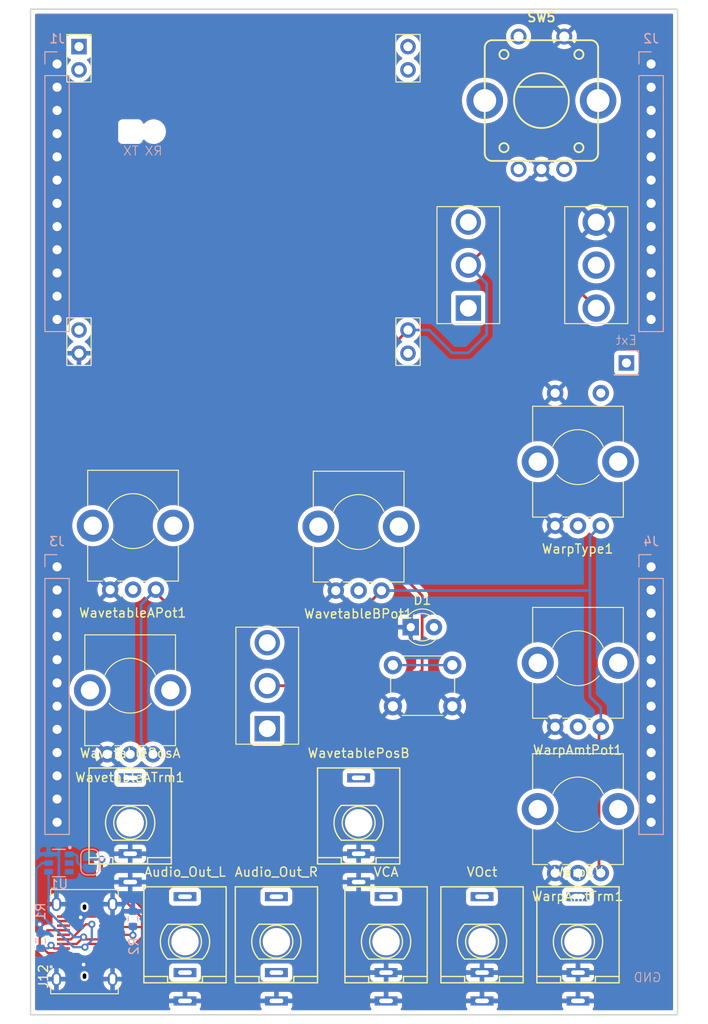
<source format=kicad_pcb>
(kicad_pcb (version 20240108) (generator "pcbnew") (generator_version "8.0")
  (layers (0 "F.Cu" signal) (1 "In1.Cu" signal) (2 "In2.Cu" signal) (31 "B.Cu" signal) (34 "B.Paste" user) (35 "F.Paste" user) (36 "B.SilkS" user "B.Silkscreen") (37 "F.SilkS" user "F.Silkscreen") (38 "B.Mask" user) (39 "F.Mask" user) (44 "Edge.Cuts" user))
  (net 0 "")
  (net 1 "/USB_DP")
  (net 2 "GND")
  (net 3 "/USB_DM")
  (net 4 "+3.3VA")
  (net 5 "+3.3V")
  (net 6 "/LED_Oct_B_Out")
  (net 7 "/B_Octave_Btn")
  (net 8 "/LCD_DC")
  (net 9 "/LCD_SPI3_SS")
  (net 10 "/LCD_SPI3_SCK")
  (net 11 "/Octave_Down")
  (net 13 "/LCD_SPI3_MOSI")
  (net 15 "/Octave_Up")
  (net 16 "/Wavetable_Pos_B_CV_In")
  (net 17 "USB_VBUS")
  (net 18 "USB_D+")
  (net 19 "USB_D-")
  (net 21 "/Warp_Amt_Pot")
  (net 22 "/Warp_Amt_Trm")
  (net 23 "/Warp_Type_Pot")
  (net 24 "Mode")
  (net 25 "/Audio_Out_L")
  (net 26 "/Wavetable_Pos_A_Pot")
  (net 27 "/ChB_RM")
  (net 28 "/Audio_Out_R")
  (net 29 "/Wavetable_Pos_B_Pot")
  (net 32 "/Warp_CV_In")
  (net 33 "/LCD_RESET")
  (net 35 "Net-(JP1-A)")
  (net 36 "/Encoder_Down")
  (net 38 "/Warp_Polarity_Btn")
  (net 39 "/Encoder_Up")
  (net 40 "/Ext_Audio_In")
  (net 41 "/Pitch_CV_In")
  (net 43 "/VCA_CV_In")
  (net 46 "/Wavetable_Pos_A_CV_In")
  (net 47 "/Wavetable_Pos_A_Trm")
  (net 48 "/LCD_Backlight")
  (net 50 "/Encoder_Btn")
  (net 51 "/ChB_Mix")
  (net 55 "Net-(J12-CC2)")
  (net 62 "Net-(J12-CC1)")
  (footprint "Custom_Footprints:THONKICONN_hole" (layer "F.Cu") (at 94 141)
    (property "Reference" "J9" (hide yes))
    (property "Value" "VCA" (at 0 -7.62 0) (layer "F.SilkS"))
    (pad "" np_thru_hole circle (at 0 0) (size 2.5 2.5) (drill 2.5) (layers "*.Cu" "*.Mask"))
    (pad "1" thru_hole rect (at 0 6.48) (size 2.5 1) (drill oval 1.5 0.5) (layers "*.Cu" "*.Mask") (net 2 "GND"))
    (pad "2" thru_hole rect (at 0 3.38) (size 2.5 1) (drill oval 1.5 0.5) (layers "*.Cu" "*.Mask") (net 2 "GND"))
    (pad "3" thru_hole rect (at 0 -4.92) (size 2.5 1) (drill oval 1.5 0.5) (layers "*.Cu" "*.Mask") (net 43 "/VCA_CV_In"))
  )
  (footprint "Custom_Footprints:USB_C_Receptacle_Amphenol_12401951E412A" (layer "F.Cu") (at 61 141 90)
    (property "Reference" "J12" (at -3.8 -4.5 90) (layer "F.SilkS"))
    (property "Value" "USB_C_Receptacle")
    (pad "" np_thru_hole oval (at -3.775 0 90) (size 0.6 0.4) (drill oval 0.6 0.4) (layers "*.Mask"))
    (pad "" np_thru_hole oval (at 3.775 0 90) (size 0.6 0.4) (drill oval 0.6 0.4) (layers "*.Mask"))
    (pad "A1" smd rect (at -2.75 -2.3 90) (size 0.27 1.4) (layers "F.Cu" "F.Paste" "F.Mask") (net 2 "GND"))
    (pad "A2" smd rect (at -2.25 -2.3 90) (size 0.27 1.4) (layers "F.Cu" "F.Paste" "F.Mask"))
    (pad "A3" smd rect (at -1.75 -2.3 90) (size 0.27 1.4) (layers "F.Cu" "F.Paste" "F.Mask"))
    (pad "A4" smd rect (at -1.25 -2.3 90) (size 0.27 1.4) (layers "F.Cu" "F.Paste" "F.Mask") (net 17 "USB_VBUS"))
    (pad "A5" smd rect (at -0.75 -2.3 90) (size 0.27 1.4) (layers "F.Cu" "F.Paste" "F.Mask") (net 62 "Net-(J12-CC1)"))
    (pad "A6" smd rect (at -0.25 -2.3 90) (size 0.27 1.4) (layers "F.Cu" "F.Paste" "F.Mask") (net 18 "USB_D+"))
    (pad "A7" smd rect (at 0.25 -2.3 90) (size 0.27 1.4) (layers "F.Cu" "F.Paste" "F.Mask") (net 19 "USB_D-"))
    (pad "A8" smd rect (at 0.75 -2.3 90) (size 0.27 1.4) (layers "F.Cu" "F.Paste" "F.Mask"))
    (pad "A9" smd rect (at 1.25 -2.3 90) (size 0.27 1.4) (layers "F.Cu" "F.Paste" "F.Mask") (net 17 "USB_VBUS"))
    (pad "A10" smd rect (at 1.75 -2.3 90) (size 0.27 1.4) (layers "F.Cu" "F.Paste" "F.Mask"))
    (pad "A11" smd rect (at 2.25 -2.3 90) (size 0.27 1.4) (layers "F.Cu" "F.Paste" "F.Mask"))
    (pad "A12" smd rect (at 2.75 -2.3 90) (size 0.27 1.4) (layers "F.Cu" "F.Paste" "F.Mask") (net 2 "GND"))
    (pad "B1" smd rect (at 2.75 2.3 90) (size 0.27 1.4) (layers "F.Cu" "F.Paste" "F.Mask") (net 2 "GND"))
    (pad "B2" smd rect (at 2.25 2.3 90) (size 0.27 1.4) (layers "F.Cu" "F.Paste" "F.Mask"))
    (pad "B3" smd rect (at 1.75 2.3 90) (size 0.27 1.4) (layers "F.Cu" "F.Paste" "F.Mask"))
    (pad "B4" smd rect (at 1.25 2.3 90) (size 0.27 1.4) (layers "F.Cu" "F.Paste" "F.Mask") (net 17 "USB_VBUS"))
    (pad "B5" smd rect (at 0.75 2.3 90) (size 0.27 1.4) (layers "F.Cu" "F.Paste" "F.Mask") (net 55 "Net-(J12-CC2)"))
    (pad "B6" smd rect (at 0.25 2.3 90) (size 0.27 1.4) (layers "F.Cu" "F.Paste" "F.Mask") (net 18 "USB_D+"))
    (pad "B7" smd rect (at -0.25 2.3 90) (size 0.27 1.4) (layers "F.Cu" "F.Paste" "F.Mask") (net 19 "USB_D-"))
    (pad "B8" smd rect (at -0.75 2.3 90) (size 0.27 1.4) (layers "F.Cu" "F.Paste" "F.Mask"))
    (pad "B9" smd rect (at -1.25 2.3 90) (size 0.27 1.4) (layers "F.Cu" "F.Paste" "F.Mask") (net 17 "USB_VBUS"))
    (pad "B10" smd rect (at -1.75 2.3 90) (size 0.27 1.4) (layers "F.Cu" "F.Paste" "F.Mask"))
    (pad "B11" smd rect (at -2.25 2.3 90) (size 0.27 1.4) (layers "F.Cu" "F.Paste" "F.Mask"))
    (pad "B12" smd rect (at -2.75 2.3 90) (size 0.27 1.4) (layers "F.Cu" "F.Paste" "F.Mask") (net 2 "GND"))
    (pad "S1" thru_hole oval (at -4.1 -3.07 180) (size 1 1.5) (drill oval 0.6 1.1) (layers "*.Cu" "*.Mask") (net 2 "GND"))
    (pad "S1" thru_hole oval (at -4.1 3.07 180) (size 1 1.5) (drill oval 0.6 1.1) (layers "*.Cu" "*.Mask") (net 2 "GND"))
    (pad "S1" thru_hole oval (at 4.1 -3.07 180) (size 1 1.5) (drill oval 0.6 1.1) (layers "*.Cu" "*.Mask") (net 2 "GND"))
    (pad "S1" thru_hole oval (at 4.1 3.07 180) (size 1 1.5) (drill oval 0.6 1.1) (layers "*.Cu" "*.Mask") (net 2 "GND"))
  )
  (footprint "Custom_Footprints:THONKICONN_hole" (layer "F.Cu") (at 82 141)
    (property "Reference" "J11" (hide yes))
    (property "Value" "Audio_Out_R" (at 0 -7.62 0) (layer "F.SilkS"))
    (pad "" np_thru_hole circle (at 0 0) (size 2.5 2.5) (drill 2.5) (layers "*.Cu" "*.Mask"))
    (pad "1" thru_hole rect (at 0 6.48) (size 2.5 1) (drill oval 1.5 0.5) (layers "*.Cu" "*.Mask") (net 2 "GND"))
    (pad "2" thru_hole rect (at 0 3.38) (size 2.5 1) (drill oval 1.5 0.5) (layers "*.Cu" "*.Mask"))
    (pad "3" thru_hole rect (at 0 -4.92) (size 2.5 1) (drill oval 1.5 0.5) (layers "*.Cu" "*.Mask") (net 28 "/Audio_Out_R"))
  )
  (footprint "Custom_Footprints:THONKICONN_hole" (layer "F.Cu") (at 115 141)
    (property "Reference" "J7" (hide yes))
    (property "Value" "WarpCV" (at 0 -7.62 0) (layer "F.SilkS"))
    (pad "" np_thru_hole circle (at 0 0) (size 2.5 2.5) (drill 2.5) (layers "*.Cu" "*.Mask"))
    (pad "1" thru_hole rect (at 0 6.48) (size 2.5 1) (drill oval 1.5 0.5) (layers "*.Cu" "*.Mask") (net 2 "GND"))
    (pad "2" thru_hole rect (at 0 3.38) (size 2.5 1) (drill oval 1.5 0.5) (layers "*.Cu" "*.Mask") (net 2 "GND"))
    (pad "3" thru_hole rect (at 0 -4.92) (size 2.5 1) (drill oval 1.5 0.5) (layers "*.Cu" "*.Mask") (net 32 "/Warp_CV_In"))
  )
  (footprint "LED_THT:LED_D3.0mm_FlatTop" (layer "F.Cu") (at 96.7 106.6)
    (property "Reference" "D1" (at 1.27 -2.96 0) (layer "F.SilkS"))
    (property "Value" "LED_Small")
    (pad "1" thru_hole rect (at 0 0) (size 1.8 1.8) (drill 0.9) (layers "*.Cu" "*.Mask") (net 2 "GND"))
    (pad "2" thru_hole circle (at 2.54 0) (size 1.8 1.8) (drill 0.9) (layers "*.Cu" "*.Mask") (net 6 "/LED_Oct_B_Out"))
  )
  (footprint "Custom_Footprints:Encoder" (layer "F.Cu") (at 111 49)
    (property "Reference" "SW5" (at 0 -9.1 0) (layer "F.SilkS") (effects (font (thickness 0.2))))
    (property "Value" "Encoder" (hide yes))
    (pad "A" thru_hole circle (at -2.5 7.5) (size 1.75 1.75) (drill 1.1) (layers "*.Cu" "*.Mask") (net 39 "/Encoder_Up"))
    (pad "B" thru_hole circle (at 2.5 7.5) (size 1.75 1.75) (drill 1.1) (layers "*.Cu" "*.Mask") (net 36 "/Encoder_Down"))
    (pad "C" thru_hole circle (at 0 7.5) (size 1.75 1.75) (drill 1.1) (layers "*.Cu" "*.Mask") (net 2 "GND"))
    (pad "S1" thru_hole circle (at -2.5 -7) (size 1.75 1.75) (drill 1.1) (layers "*.Cu" "*.Mask") (net 50 "/Encoder_Btn"))
    (pad "S2" thru_hole circle (at 2.5 -7) (size 1.75 1.75) (drill 1.1) (layers "*.Cu" "*.Mask") (net 2 "GND"))
    (pad "body" thru_hole oval (at -6.2 0) (size 4 4) (drill 2.5) (layers "*.Cu" "*.Mask"))
    (pad "body" thru_hole oval (at 6.2 0) (size 4 4) (drill 2.5) (layers "*.Cu" "*.Mask"))
  )
  (footprint "Custom_Footprints:Bourns_Switch_Potentiometer" (layer "F.Cu") (at 115 88)
    (property "Reference" "WarpType1" (at -0.04 10.04 0) (layer "F.SilkS"))
    (property "Value" "WarpTypePot" (hide yes))
    (pad "" np_thru_hole circle (at -4.4 0.5 90) (size 3.5 3.5) (drill 2) (layers "F&B.Cu" "*.Mask"))
    (pad "" np_thru_hole circle (at 4.4 0.5 90) (size 3.5 3.5) (drill 2) (layers "F&B.Cu" "*.Mask"))
    (pad "1" thru_hole circle (at 2.5 7.5 90) (size 1.8 1.8) (drill 1) (layers "*.Cu" "*.Mask") (net 4 "+3.3VA"))
    (pad "2" thru_hole circle (at 0 7.5 90) (size 1.8 1.8) (drill 1) (layers "*.Cu" "*.Mask") (net 23 "/Warp_Type_Pot"))
    (pad "3" thru_hole circle (at -2.5 7.5 90) (size 1.8 1.8) (drill 1) (layers "*.Cu" "*.Mask") (net 2 "GND"))
    (pad "4" thru_hole circle (at -2.5 -7 90) (size 1.8 1.8) (drill 1) (layers "*.Cu" "*.Mask") (net 2 "GND"))
    (pad "5" thru_hole circle (at 2.5 -7 90) (size 1.8 1.8) (drill 1) (layers "*.Cu" "*.Mask") (net 38 "/Warp_Polarity_Btn"))
  )
  (footprint "Custom_Footprints:THONKICONN_hole" (layer "F.Cu") (at 104.5 141)
    (property "Reference" "J8" (hide yes))
    (property "Value" "VOct" (at 0 -7.62 0) (layer "F.SilkS"))
    (pad "" np_thru_hole circle (at 0 0) (size 2.5 2.5) (drill 2.5) (layers "*.Cu" "*.Mask"))
    (pad "1" thru_hole rect (at 0 6.48) (size 2.5 1) (drill oval 1.5 0.5) (layers "*.Cu" "*.Mask") (net 2 "GND"))
    (pad "2" thru_hole rect (at 0 3.38) (size 2.5 1) (drill oval 1.5 0.5) (layers "*.Cu" "*.Mask") (net 2 "GND"))
    (pad "3" thru_hole rect (at 0 -4.92) (size 2.5 1) (drill oval 1.5 0.5) (layers "*.Cu" "*.Mask") (net 41 "/Pitch_CV_In"))
  )
  (footprint "Custom_Footprints:Alpha_9mm_Potentiometer_Aligned" (layer "F.Cu") (at 91 95.1)
    (property "Reference" "WavetableBPot1" (at -0.04 10.04 0) (layer "F.SilkS"))
    (property "Value" "B10k")
    (pad "" np_thru_hole circle (at -4.4 0.5 90) (size 3.5 3.5) (drill 2) (layers "F&B.Cu" "*.Mask"))
    (pad "" np_thru_hole circle (at 4.4 0.5 90) (size 3.5 3.5) (drill 2) (layers "F&B.Cu" "*.Mask"))
    (pad "1" thru_hole circle (at 2.5 7.5 90) (size 1.8 1.8) (drill 1) (layers "*.Cu" "*.Mask") (net 4 "+3.3VA"))
    (pad "2" thru_hole circle (at 0 7.5 90) (size 1.8 1.8) (drill 1) (layers "*.Cu" "*.Mask") (net 29 "/Wavetable_Pos_B_Pot"))
    (pad "3" thru_hole circle (at -2.5 7.5 90) (size 1.8 1.8) (drill 1) (layers "*.Cu" "*.Mask") (net 2 "GND"))
  )
  (footprint "Custom_Footprints:Alpha_9mm_Potentiometer_Aligned" (layer "F.Cu") (at 115 126)
    (property "Reference" "WarpAmtTrm1" (at -0.04 10.04 0) (layer "F.SilkS"))
    (property "Value" "B10k")
    (pad "" np_thru_hole circle (at -4.4 0.5 90) (size 3.5 3.5) (drill 2) (layers "F&B.Cu" "*.Mask"))
    (pad "" np_thru_hole circle (at 4.4 0.5 90) (size 3.5 3.5) (drill 2) (layers "F&B.Cu" "*.Mask"))
    (pad "1" thru_hole circle (at 2.5 7.5 90) (size 1.8 1.8) (drill 1) (layers "*.Cu" "*.Mask") (net 4 "+3.3VA"))
    (pad "2" thru_hole circle (at 0 7.5 90) (size 1.8 1.8) (drill 1) (layers "*.Cu" "*.Mask") (net 22 "/Warp_Amt_Trm"))
    (pad "3" thru_hole circle (at -2.5 7.5 90) (size 1.8 1.8) (drill 1) (layers "*.Cu" "*.Mask") (net 2 "GND"))
  )
  (footprint "Custom_Footprints:THONKICONN_hole" (layer "F.Cu") (at 72 141)
    (property "Reference" "J10" (hide yes))
    (property "Value" "Audio_Out_L" (at 0 -7.62 0) (layer "F.SilkS"))
    (pad "" np_thru_hole circle (at 0 0) (size 2.5 2.5) (drill 2.5) (layers "*.Cu" "*.Mask"))
    (pad "1" thru_hole rect (at 0 6.48) (size 2.5 1) (drill oval 1.5 0.5) (layers "*.Cu" "*.Mask") (net 2 "GND"))
    (pad "2" thru_hole rect (at 0 3.38) (size 2.5 1) (drill oval 1.5 0.5) (layers "*.Cu" "*.Mask"))
    (pad "3" thru_hole rect (at 0 -4.92) (size 2.5 1) (drill oval 1.5 0.5) (layers "*.Cu" "*.Mask") (net 25 "/Audio_Out_L"))
  )
  (footprint "Custom_Footprints:SW_PUSH_6mm_aligned" (layer "F.Cu") (at 98 113)
    (property "Reference" "SW1" (hide yes))
    (property "Value" "SW_Push")
    (pad "1" thru_hole circle (at -3.25 -2.25 90) (size 2 2) (drill 1.1) (layers "*.Cu" "*.Mask") (net 7 "/B_Octave_Btn"))
    (pad "1" thru_hole circle (at 3.25 -2.25 90) (size 2 2) (drill 1.1) (layers "*.Cu" "*.Mask") (net 7 "/B_Octave_Btn"))
    (pad "2" thru_hole circle (at -3.25 2.25 90) (size 2 2) (drill 1.1) (layers "*.Cu" "*.Mask") (net 2 "GND"))
    (pad "2" thru_hole circle (at 3.25 2.25 90) (size 2 2) (drill 1.1) (layers "*.Cu" "*.Mask") (net 2 "GND"))
  )
  (footprint "Custom_Footprints:SPDT_Miniature" (layer "F.Cu") (at 117 67 90)
    (property "Reference" "SW2" (hide yes))
    (property "Value" "Mode_Switch")
    (pad "1" thru_hole circle (at -4.7 0 90) (size 3 3) (drill 1.85) (layers "*.Cu" "*.Mask") (net 5 "+3.3V"))
    (pad "2" thru_hole circle (at 0 0 90) (size 3 3) (drill 1.85) (layers "*.Cu" "*.Mask") (net 24 "Mode"))
    (pad "3" thru_hole circle (at 4.7 0 90) (size 3 3) (drill 1.85) (layers "*.Cu" "*.Mask") (net 2 "GND"))
  )
  (footprint "Custom_Footprints:THONKICONN_hole" (layer "F.Cu") (at 66 128)
    (property "Reference" "J5" (hide yes))
    (property "Value" "WavetablePosA" (at 0 -7.62 0) (layer "F.SilkS"))
    (pad "" np_thru_hole circle (at 0 0) (size 2.5 2.5) (drill 2.5) (layers "*.Cu" "*.Mask"))
    (pad "1" thru_hole rect (at 0 6.48) (size 2.5 1) (drill oval 1.5 0.5) (layers "*.Cu" "*.Mask") (net 2 "GND"))
    (pad "2" thru_hole rect (at 0 3.38) (size 2.5 1) (drill oval 1.5 0.5) (layers "*.Cu" "*.Mask") (net 2 "GND"))
    (pad "3" thru_hole rect (at 0 -4.92) (size 2.5 1) (drill oval 1.5 0.5) (layers "*.Cu" "*.Mask") (net 46 "/Wavetable_Pos_A_CV_In"))
  )
  (footprint "Custom_Footprints:LCD_Riser" (layer "F.Cu") (at 60.4 43.1)
    (property "Reference" "U2" (hide yes))
    (property "Value" "~")
    (pad "1" thru_hole rect (at 0 0) (size 1.7 1.7) (drill 1) (layers "*.Cu" "*.Mask") (net 13 "/LCD_SPI3_MOSI"))
    (pad "2" thru_hole oval (at 0 2.54) (size 1.7 1.7) (drill 1) (layers "*.Cu" "*.Mask") (net 10 "/LCD_SPI3_SCK"))
    (pad "3" thru_hole circle (at 36 0) (size 1.7 1.7) (drill 1) (layers "*.Cu" "*.Mask") (net 8 "/LCD_DC"))
    (pad "4" thru_hole oval (at 36 2.54) (size 1.7 1.7) (drill 1) (layers "*.Cu" "*.Mask") (net 33 "/LCD_RESET"))
    (pad "5" thru_hole oval (at 0 31) (size 1.7 1.7) (drill 1) (layers "*.Cu" "*.Mask") (net 9 "/LCD_SPI3_SS"))
    (pad "6" thru_hole oval (at 0 33.54) (size 1.7 1.7) (drill 1) (layers "*.Cu" "*.Mask") (net 2 "GND"))
    (pad "7" thru_hole oval (at 36 31) (size 1.7 1.7) (drill 1) (layers "*.Cu" "*.Mask") (net 5 "+3.3V"))
    (pad "8" thru_hole oval (at 36 33.54) (size 1.7 1.7) (drill 1) (layers "*.Cu" "*.Mask") (net 48 "/LCD_Backlight"))
  )
  (footprint "Custom_Footprints:Alpha_9mm_Potentiometer_Aligned" (layer "F.Cu") (at 66 113)
    (property "Reference" "WavetableATrm1" (at -0.04 10.04 0) (layer "F.SilkS"))
    (property "Value" "B10k")
    (pad "" np_thru_hole circle (at -4.4 0.5 90) (size 3.5 3.5) (drill 2) (layers "F&B.Cu" "*.Mask"))
    (pad "" np_thru_hole circle (at 4.4 0.5 90) (size 3.5 3.5) (drill 2) (layers "F&B.Cu" "*.Mask"))
    (pad "1" thru_hole circle (at 2.5 7.5 90) (size 1.8 1.8) (drill 1) (layers "*.Cu" "*.Mask") (net 4 "+3.3VA"))
    (pad "2" thru_hole circle (at 0 7.5 90) (size 1.8 1.8) (drill 1) (layers "*.Cu" "*.Mask") (net 47 "/Wavetable_Pos_A_Trm"))
    (pad "3" thru_hole circle (at -2.5 7.5 90) (size 1.8 1.8) (drill 1) (layers "*.Cu" "*.Mask") (net 2 "GND"))
  )
  (footprint "Custom_Footprints:Alpha_9mm_Potentiometer_Aligned" (layer "F.Cu") (at 66.3125 95)
    (property "Reference" "WavetableAPot1" (at -0.04 10.04 0) (layer "F.SilkS"))
    (property "Value" "B10k")
    (pad "" np_thru_hole circle (at -4.4 0.5 90) (size 3.5 3.5) (drill 2) (layers "F&B.Cu" "*.Mask"))
    (pad "" np_thru_hole circle (at 4.4 0.5 90) (size 3.5 3.5) (drill 2) (layers "F&B.Cu" "*.Mask"))
    (pad "1" thru_hole circle (at 2.5 7.5 90) (size 1.8 1.8) (drill 1) (layers "*.Cu" "*.Mask") (net 4 "+3.3VA"))
    (pad "2" thru_hole circle (at 0 7.5 90) (size 1.8 1.8) (drill 1) (layers "*.Cu" "*.Mask") (net 26 "/Wavetable_Pos_A_Pot"))
    (pad "3" thru_hole circle (at -2.5 7.5 90) (size 1.8 1.8) (drill 1) (layers "*.Cu" "*.Mask") (net 2 "GND"))
  )
  (footprint "Custom_Footprints:SP3T_Mini_Switch" (layer "F.Cu") (at 81 113 90)
    (property "Reference" "SW4" (hide yes))
    (property "Value" "ChB_Output")
    (pad "1" thru_hole rect (at -4.7 0 90) (size 2.775 2.775) (drill 1.85) (layers "*.Cu" "*.Mask") (net 51 "/ChB_Mix"))
    (pad "2" thru_hole circle (at 0 0 90) (size 2.775 2.775) (drill 1.85) (layers "*.Cu" "*.Mask") (net 5 "+3.3V"))
    (pad "3" thru_hole circle (at 4.7 0 90) (size 2.775 2.775) (drill 1.85) (layers "*.Cu" "*.Mask") (net 27 "/ChB_RM"))
  )
  (footprint "Custom_Footprints:THONKICONN_hole" (layer "F.Cu") (at 91 128)
    (property "Reference" "J6" (hide yes))
    (property "Value" "WavetablePosB" (at 0 -7.62 0) (layer "F.SilkS"))
    (pad "" np_thru_hole circle (at 0 0) (size 2.5 2.5) (drill 2.5) (layers "*.Cu" "*.Mask"))
    (pad "1" thru_hole rect (at 0 6.48) (size 2.5 1) (drill oval 1.5 0.5) (layers "*.Cu" "*.Mask") (net 2 "GND"))
    (pad "2" thru_hole rect (at 0 3.38) (size 2.5 1) (drill oval 1.5 0.5) (layers "*.Cu" "*.Mask") (net 2 "GND"))
    (pad "3" thru_hole rect (at 0 -4.92) (size 2.5 1) (drill oval 1.5 0.5) (layers "*.Cu" "*.Mask") (net 16 "/Wavetable_Pos_B_CV_In"))
  )
  (footprint "Custom_Footprints:Alpha_9mm_Potentiometer_Aligned" (layer "F.Cu") (at 115 110)
    (property "Reference" "WarpAmtPot1" (at -0.04 10.04 0) (layer "F.SilkS"))
    (property "Value" "B10k")
    (pad "" np_thru_hole circle (at -4.4 0.5 90) (size 3.5 3.5) (drill 2) (layers "F&B.Cu" "*.Mask"))
    (pad "" np_thru_hole circle (at 4.4 0.5 90) (size 3.5 3.5) (drill 2) (layers "F&B.Cu" "*.Mask"))
    (pad "1" thru_hole circle (at 2.5 7.5 90) (size 1.8 1.8) (drill 1) (layers "*.Cu" "*.Mask") (net 4 "+3.3VA"))
    (pad "2" thru_hole circle (at 0 7.5 90) (size 1.8 1.8) (drill 1) (layers "*.Cu" "*.Mask") (net 21 "/Warp_Amt_Pot"))
    (pad "3" thru_hole circle (at -2.5 7.5 90) (size 1.8 1.8) (drill 1) (layers "*.Cu" "*.Mask") (net 2 "GND"))
  )
  (footprint "Custom_Footprints:SP3T_Mini_Switch" (layer "F.Cu") (at 103 67 90)
    (property "Reference" "SW3" (hide yes))
    (property "Value" "Octave_Switch")
    (pad "1" thru_hole rect (at -4.7 0 90) (size 2.775 2.775) (drill 1.85) (layers "*.Cu" "*.Mask") (net 15 "/Octave_Up"))
    (pad "2" thru_hole circle (at 0 0 90) (size 2.775 2.775) (drill 1.85) (layers "*.Cu" "*.Mask") (net 5 "+3.3V"))
    (pad "3" thru_hole circle (at 4.7 0 90) (size 2.775 2.775) (drill 1.85) (layers "*.Cu" "*.Mask") (net 11 "/Octave_Down"))
  )
  (footprint "Connector_PinSocket_2.54mm:PinSocket_1x12_P2.54mm_Vertical" (layer "B.Cu") (at 58 45 180)
    (property "Reference" "J1" (at 0 2.77 180) (layer "B.SilkS") (effects (justify mirror)))
    (property "Value" "Conn_01x12_Pin")
    (pad "1" thru_hole rect (at 0 0 180) (size 1.7 1.7) (drill 1) (layers "*.Cu" "*.Mask") (net 9 "/LCD_SPI3_SS"))
    (pad "2" thru_hole oval (at 0 -2.54 180) (size 1.7 1.7) (drill 1) (layers "*.Cu" "*.Mask") (net 8 "/LCD_DC"))
    (pad "3" thru_hole oval (at 0 -5.08 180) (size 1.7 1.7) (drill 1) (layers "*.Cu" "*.Mask") (net 15 "/Octave_Up"))
    (pad "4" thru_hole oval (at 0 -7.62 180) (size 1.7 1.7) (drill 1) (layers "*.Cu" "*.Mask") (net 11 "/Octave_Down"))
    (pad "5" thru_hole oval (at 0 -10.16 180) (size 1.7 1.7) (drill 1) (layers "*.Cu" "*.Mask"))
    (pad "6" thru_hole oval (at 0 -12.7 180) (size 1.7 1.7) (drill 1) (layers "*.Cu" "*.Mask") (net 13 "/LCD_SPI3_MOSI"))
    (pad "7" thru_hole oval (at 0 -15.24 180) (size 1.7 1.7) (drill 1) (layers "*.Cu" "*.Mask") (net 10 "/LCD_SPI3_SCK"))
    (pad "8" thru_hole oval (at 0 -17.78 180) (size 1.7 1.7) (drill 1) (layers "*.Cu" "*.Mask") (net 3 "/USB_DM"))
    (pad "9" thru_hole oval (at 0 -20.32 180) (size 1.7 1.7) (drill 1) (layers "*.Cu" "*.Mask") (net 1 "/USB_DP"))
    (pad "10" thru_hole oval (at 0 -22.86 180) (size 1.7 1.7) (drill 1) (layers "*.Cu" "*.Mask") (net 17 "USB_VBUS"))
    (pad "11" thru_hole oval (at 0 -25.4 180) (size 1.7 1.7) (drill 1) (layers "*.Cu" "*.Mask") (net 7 "/B_Octave_Btn"))
    (pad "12" thru_hole oval (at 0 -27.94 180) (size 1.7 1.7) (drill 1) (layers "*.Cu" "*.Mask"))
  )
  (footprint "Connector_PinHeader_2.54mm:PinHeader_1x01_P2.54mm_Vertical" (layer "B.Cu") (at 120.3 77.7 180)
    (property "Reference" "J14" (hide yes))
    (property "Value" "Conn_01x01_Socket")
    (pad "1" thru_hole rect (at 0 0 180) (size 1.7 1.7) (drill 1) (layers "*.Cu" "*.Mask") (net 40 "/Ext_Audio_In"))
  )
  (footprint "Custom_Footprints:STF202-22T1G" (layer "B.Cu") (at 58.2 132.4 -90)
    (property "Reference" "U1" (at 2.3 0 0) (layer "B.SilkS") (effects (font (size 1.001835 1.001835)) (justify mirror)))
    (property "Value" "STF202-22T1G" (hide yes))
    (pad "1" smd rect (at -0.95 -1.125 180) (size 0.95 0.6) (layers "B.Cu" "B.Paste" "B.Mask") (net 35 "Net-(JP1-A)"))
    (pad "2" smd rect (at 0 -1.125 180) (size 0.95 0.6) (layers "B.Cu" "B.Paste" "B.Mask") (net 3 "/USB_DM"))
    (pad "3" smd rect (at 0.95 -1.125 180) (size 0.95 0.6) (layers "B.Cu" "B.Paste" "B.Mask") (net 1 "/USB_DP"))
    (pad "4" smd rect (at 0.95 1.125 180) (size 0.95 0.6) (layers "B.Cu" "B.Paste" "B.Mask") (net 18 "USB_D+"))
    (pad "5" smd rect (at 0 1.125 180) (size 0.95 0.6) (layers "B.Cu" "B.Paste" "B.Mask") (net 19 "USB_D-"))
    (pad "6" smd rect (at -0.95 1.125 180) (size 0.95 0.6) (layers "B.Cu" "B.Paste" "B.Mask") (net 2 "GND"))
  )
  (footprint "Connector_PinSocket_2.54mm:PinSocket_1x12_P2.54mm_Vertical" (layer "B.Cu") (at 58 100 180)
    (property "Reference" "J3" (at 0 2.77 180) (layer "B.SilkS") (effects (justify mirror)))
    (property "Value" "Conn_01x12_Pin")
    (pad "1" thru_hole rect (at 0 0 180) (size 1.7 1.7) (drill 1) (layers "*.Cu" "*.Mask") (net 33 "/LCD_RESET"))
    (pad "2" thru_hole oval (at 0 -2.54 180) (size 1.7 1.7) (drill 1) (layers "*.Cu" "*.Mask") (net 38 "/Warp_Polarity_Btn"))
    (pad "3" thru_hole oval (at 0 -5.08 180) (size 1.7 1.7) (drill 1) (layers "*.Cu" "*.Mask") (net 39 "/Encoder_Up"))
    (pad "4" thru_hole oval (at 0 -7.62 180) (size 1.7 1.7) (drill 1) (layers "*.Cu" "*.Mask") (net 36 "/Encoder_Down"))
    (pad "5" thru_hole oval (at 0 -10.16 180) (size 1.7 1.7) (drill 1) (layers "*.Cu" "*.Mask") (net 29 "/Wavetable_Pos_B_Pot"))
    (pad "6" thru_hole oval (at 0 -12.7 180) (size 1.7 1.7) (drill 1) (layers "*.Cu" "*.Mask"))
    (pad "7" thru_hole oval (at 0 -15.24 180) (size 1.7 1.7) (drill 1) (layers "*.Cu" "*.Mask"))
    (pad "8" thru_hole oval (at 0 -17.78 180) (size 1.7 1.7) (drill 1) (layers "*.Cu" "*.Mask") (net 24 "Mode"))
    (pad "9" thru_hole oval (at 0 -20.32 180) (size 1.7 1.7) (drill 1) (layers "*.Cu" "*.Mask"))
    (pad "10" thru_hole oval (at 0 -22.86 180) (size 1.7 1.7) (drill 1) (layers "*.Cu" "*.Mask"))
    (pad "11" thru_hole oval (at 0 -25.4 180) (size 1.7 1.7) (drill 1) (layers "*.Cu" "*.Mask") (net 32 "/Warp_CV_In"))
    (pad "12" thru_hole oval (at 0 -27.94 180) (size 1.7 1.7) (drill 1) (layers "*.Cu" "*.Mask") (net 40 "/Ext_Audio_In"))
  )
  (footprint "Resistor_SMD:R_0603_1608Metric" (layer "B.Cu") (at 56.2 140.9 90)
    (property "Reference" "R1" (at 3.2 0 -90) (layer "B.SilkS") (effects (justify mirror)))
    (property "Value" "5k1")
    (pad "1" smd roundrect (at -0.825 0 90) (size 0.8 0.95) (layers "B.Cu" "B.Paste" "B.Mask") (net 62 "Net-(J12-CC1)"))
    (pad "2" smd roundrect (at 0.825 0 90) (size 0.8 0.95) (layers "B.Cu" "B.Paste" "B.Mask") (net 2 "GND"))
  )
  (footprint "Connector_PinSocket_2.54mm:PinSocket_1x12_P2.54mm_Vertical" (layer "B.Cu") (at 123 100 180)
    (property "Reference" "J4" (at 0 2.77 180) (layer "B.SilkS") (effects (justify mirror)))
    (property "Value" "Conn_01x12_Pin")
    (pad "1" thru_hole rect (at 0 0 180) (size 1.7 1.7) (drill 1) (layers "*.Cu" "*.Mask"))
    (pad "2" thru_hole oval (at 0 -2.54 180) (size 1.7 1.7) (drill 1) (layers "*.Cu" "*.Mask") (net 6 "/LED_Oct_B_Out"))
    (pad "3" thru_hole oval (at 0 -5.08 180) (size 1.7 1.7) (drill 1) (layers "*.Cu" "*.Mask") (net 48 "/LCD_Backlight"))
    (pad "4" thru_hole oval (at 0 -7.62 180) (size 1.7 1.7) (drill 1) (layers "*.Cu" "*.Mask") (net 47 "/Wavetable_Pos_A_Trm"))
    (pad "5" thru_hole oval (at 0 -10.16 180) (size 1.7 1.7) (drill 1) (layers "*.Cu" "*.Mask"))
    (pad "6" thru_hole oval (at 0 -12.7 180) (size 1.7 1.7) (drill 1) (layers "*.Cu" "*.Mask") (net 51 "/ChB_Mix"))
    (pad "7" thru_hole oval (at 0 -15.24 180) (size 1.7 1.7) (drill 1) (layers "*.Cu" "*.Mask"))
    (pad "8" thru_hole oval (at 0 -17.78 180) (size 1.7 1.7) (drill 1) (layers "*.Cu" "*.Mask") (net 50 "/Encoder_Btn"))
    (pad "9" thru_hole oval (at 0 -20.32 180) (size 1.7 1.7) (drill 1) (layers "*.Cu" "*.Mask") (net 43 "/VCA_CV_In"))
    (pad "10" thru_hole oval (at 0 -22.86 180) (size 1.7 1.7) (drill 1) (layers "*.Cu" "*.Mask"))
    (pad "11" thru_hole oval (at 0 -25.4 180) (size 1.7 1.7) (drill 1) (layers "*.Cu" "*.Mask") (net 46 "/Wavetable_Pos_A_CV_In"))
    (pad "12" thru_hole oval (at 0 -27.94 180) (size 1.7 1.7) (drill 1) (layers "*.Cu" "*.Mask") (net 41 "/Pitch_CV_In"))
  )
  (footprint "Jumper:SolderJumper-2_P1.3mm_Open_RoundedPad1.0x1.5mm" (layer "B.Cu") (at 61.6 132.3 90)
    (property "Reference" "JP1" (hide yes))
    (property "Value" "Jumper")
    (pad "1" smd custom (at -0.65 0 90) (size 1 0.5) (layers "B.Cu" "B.Mask") (net 35 "Net-(JP1-A)") (options (clearance outline) (anchor rect)) (primitives (gr_circle (center 0 -0.25) (end 0.5 -0.25) (width 0) (fill yes)) (gr_circle (center 0 0.25) (end 0.5 0.25) (width 0) (fill yes)) (gr_poly (pts (xy 0.5 -0.75) (xy 0 -0.75) (xy 0 0.75) (xy 0.5 0.75)) (width 0) (fill yes))))
    (pad "2" smd custom (at 0.65 0 90) (size 1 0.5) (layers "B.Cu" "B.Mask") (net 17 "USB_VBUS") (options (clearance outline) (anchor rect)) (primitives (gr_circle (center 0 -0.25) (end 0.5 -0.25) (width 0) (fill yes)) (gr_circle (center 0 0.25) (end 0.5 0.25) (width 0) (fill yes)) (gr_poly (pts (xy 0 -0.75) (xy -0.5 -0.75) (xy -0.5 0.75) (xy 0 0.75)) (width 0) (fill yes))))
  )
  (footprint "Resistor_SMD:R_0603_1608Metric" (layer "B.Cu") (at 66.3 138.5 90)
    (property "Reference" "R2" (at -3 0.1 -90) (layer "B.SilkS") (effects (justify mirror)))
    (property "Value" "5k1")
    (pad "1" smd roundrect (at -0.825 0 90) (size 0.8 0.95) (layers "B.Cu" "B.Paste" "B.Mask") (net 55 "Net-(J12-CC2)"))
    (pad "2" smd roundrect (at 0.825 0 90) (size 0.8 0.95) (layers "B.Cu" "B.Paste" "B.Mask") (net 2 "GND"))
  )
  (footprint "Connector_PinSocket_2.54mm:PinSocket_1x12_P2.54mm_Vertical" (layer "B.Cu") (at 123 45 180)
    (property "Reference" "J2" (at 0 2.77 180) (layer "B.SilkS") (effects (justify mirror)))
    (property "Value" "Conn_01x12_Pin")
    (pad "1" thru_hole rect (at 0 0 180) (size 1.7 1.7) (drill 1) (layers "*.Cu" "*.Mask"))
    (pad "2" thru_hole oval (at 0 -2.54 180) (size 1.7 1.7) (drill 1) (layers "*.Cu" "*.Mask") (net 27 "/ChB_RM"))
    (pad "3" thru_hole oval (at 0 -5.08 180) (size 1.7 1.7) (drill 1) (layers "*.Cu" "*.Mask") (net 26 "/Wavetable_Pos_A_Pot"))
    (pad "4" thru_hole oval (at 0 -7.62 180) (size 1.7 1.7) (drill 1) (layers "*.Cu" "*.Mask") (net 16 "/Wavetable_Pos_B_CV_In"))
    (pad "5" thru_hole oval (at 0 -10.16 180) (size 1.7 1.7) (drill 1) (layers "*.Cu" "*.Mask") (net 5 "+3.3V"))
    (pad "6" thru_hole oval (at 0 -12.7 180) (size 1.7 1.7) (drill 1) (layers "*.Cu" "*.Mask") (net 2 "GND"))
    (pad "7" thru_hole oval (at 0 -15.24 180) (size 1.7 1.7) (drill 1) (layers "*.Cu" "*.Mask") (net 4 "+3.3VA"))
    (pad "8" thru_hole oval (at 0 -17.78 180) (size 1.7 1.7) (drill 1) (layers "*.Cu" "*.Mask") (net 22 "/Warp_Amt_Trm"))
    (pad "9" thru_hole oval (at 0 -20.32 180) (size 1.7 1.7) (drill 1) (layers "*.Cu" "*.Mask") (net 21 "/Warp_Amt_Pot"))
    (pad "10" thru_hole oval (at 0 -22.86 180) (size 1.7 1.7) (drill 1) (layers "*.Cu" "*.Mask") (net 23 "/Warp_Type_Pot"))
    (pad "11" thru_hole oval (at 0 -25.4 180) (size 1.7 1.7) (drill 1) (layers "*.Cu" "*.Mask") (net 28 "/Audio_Out_R"))
    (pad "12" thru_hole oval (at 0 -27.94 180) (size 1.7 1.7) (drill 1) (layers "*.Cu" "*.Mask") (net 25 "/Audio_Out_L"))
  )
  (gr_rect (start 55.1 39) (end 125.9 149) (stroke (width 0.15)) (fill none) (layer "Edge.Cuts"))
  (gr_text "Ext" (at 121.5 75.8 0) (layer "B.SilkS") (effects (font (size 1 1) (thickness 0.1)) (justify left bottom mirror)))
  (gr_text "GND" (at 124.2 145.5 0) (layer "B.SilkS") (effects (font (size 1 1) (thickness 0.1)) (justify left bottom mirror)))
  (gr_text "TX" (at 67 55.1 0) (layer "B.SilkS") (effects (font (size 1 1) (thickness 0.1)) (justify left bottom mirror)))
  (gr_text "RX" (at 69.6 55.1 0) (layer "B.SilkS") (effects (font (size 1 1) (thickness 0.1)) (justify left bottom mirror)))
  (segment (start 60.675174 138.25) (end 63.3 138.25) (width 0.25) (layer "F.Cu") (net 2))
  (segment (start 60.582488 138.342686) (end 60.675174 138.25) (width 0.25) (layer "F.Cu") (net 2))
  (segment (start 60.65 143.75) (end 58.7 143.75) (width 0.25) (layer "F.Cu") (net 2))
  (segment (start 60.489802 138.25) (end 58.7 138.25) (width 0.25) (layer "F.Cu") (net 2))
  (segment (start 60.582488 138.342686) (end 60.489802 138.25) (width 0.25) (layer "F.Cu") (net 2))
  (segment (start 61.15 143.75) (end 63.3 143.75) (width 0.25) (layer "F.Cu") (net 2))
  (segment (start 60.9 143.5) (end 61.15 143.75) (width 0.25) (layer "F.Cu") (net 2))
  (segment (start 60.9 143.5) (end 60.65 143.75) (width 0.25) (layer "F.Cu") (net 2))
  (via (at 60.9 143.5) (size 0.8) (drill 0.4) (layers "F.Cu" "B.Cu") (net 2))
  (via (at 56.1 139.1) (size 0.8) (drill 0.4) (layers "F.Cu" "B.Cu") (net 2))
  (via (at 60.582488 138.342686) (size 0.8) (drill 0.4) (layers "F.Cu" "B.Cu") (net 2))
  (segment (start 91.4 104.7) (end 93.5 102.6) (width 0.3) (layer "F.Cu") (net 4))
  (segment (start 117.3 133.3) (end 117.3 117.7) (width 0.3) (layer "F.Cu") (net 4))
  (segment (start 68.5 102.5) (end 70.7 104.7) (width 0.3) (layer "F.Cu") (net 4))
  (segment (start 117.3 117.7) (end 117.5 117.5) (width 0.3) (layer "F.Cu") (net 4))
  (segment (start 117.5 133.5) (end 117.3 133.3) (width 0.3) (layer "F.Cu") (net 4))
  (segment (start 70.7 104.7) (end 91.4 104.7) (width 0.3) (layer "F.Cu") (net 4))
  (segment (start 68.5 120.5) (end 67.2 119.2) (width 0.3) (layer "B.Cu") (net 4))
  (segment (start 117.5 115.4) (end 116.3 114.2) (width 0.3) (layer "B.Cu") (net 4))
  (segment (start 117.5 117.5) (end 117.5 115.4) (width 0.3) (layer "B.Cu") (net 4))
  (segment (start 67.2 104.112502) (end 68.812502 102.5) (width 0.3) (layer "B.Cu") (net 4))
  (segment (start 116.3 114.2) (end 116.3 96.7) (width 0.3) (layer "B.Cu") (net 4))
  (segment (start 93.5 102.6) (end 116.3 102.6) (width 0.3) (layer "B.Cu") (net 4))
  (segment (start 67.2 119.2) (end 67.2 104.112502) (width 0.3) (layer "B.Cu") (net 4))
  (segment (start 116.3 96.7) (end 117.5 95.5) (width 0.3) (layer "B.Cu") (net 4))
  (segment (start 114.4 66.4) (end 114.4 69.1) (width 0.3) (layer "F.Cu") (net 5))
  (segment (start 103 67) (end 105.9 64.1) (width 0.3) (layer "F.Cu") (net 5))
  (segment (start 114.4 69.1) (end 117 71.7) (width 0.3) (layer "F.Cu") (net 5))
  (segment (start 112.1 64.1) (end 114.4 66.4) (width 0.3) (layer "F.Cu") (net 5))
  (segment (start 91.1 79.399998) (end 96.4 74.099998) (width 0.3) (layer "F.Cu") (net 5))
  (segment (start 91.1 96.3) (end 91.1 79.399998) (width 0.3) (layer "F.Cu") (net 5))
  (segment (start 97.95 103.15) (end 91.1 96.3) (width 0.3) (layer "F.Cu") (net 5))
  (segment (start 81 113) (end 96.2 113) (width 0.3) (layer "F.Cu") (net 5))
  (segment (start 97.95 111.25) (end 97.95 103.15) (width 0.3) (layer "F.Cu") (net 5))
  (segment (start 96.2 113) (end 97.95 111.25) (width 0.3) (layer "F.Cu") (net 5))
  (segment (start 105.9 64.1) (end 112.1 64.1) (width 0.3) (layer "F.Cu") (net 5))
  (segment (start 96.4 74.1) (end 98.725 74.1) (width 0.3) (layer "B.Cu") (net 5))
  (segment (start 98.725 74.1) (end 101.225 76.6) (width 0.3) (layer "B.Cu") (net 5))
  (segment (start 103 76.6) (end 101.225 76.6) (width 0.3) (layer "B.Cu") (net 5))
  (segment (start 105 74.6) (end 103 76.6) (width 0.3) (layer "B.Cu") (net 5))
  (segment (start 103 67) (end 105 69) (width 0.3) (layer "B.Cu") (net 5))
  (segment (start 105 69) (end 105 74.6) (width 0.3) (layer "B.Cu") (net 5))
  (segment (start 101.25 110.75) (end 94.75 110.75) (width 0.25) (layer "B.Cu") (net 7))
  (segment (start 58.7 139.75) (end 56.95 139.75) (width 0.25) (layer "F.Cu") (net 17))
  (segment (start 61.95 142.7) (end 60 142.7) (width 0.25) (layer "F.Cu") (net 17))
  (segment (start 64.55 139.4) (end 64.2 139.75) (width 0.25) (layer "F.Cu") (net 17))
  (segment (start 67.3 138.4) (end 62.9 134) (width 0.25) (layer "F.Cu") (net 17))
  (segment (start 59.55 142.25) (end 58.7 142.25) (width 0.25) (layer "F.Cu") (net 17))
  (segment (start 64.2 139.75) (end 63.3 139.75) (width 0.25) (layer "F.Cu") (net 17))
  (segment (start 67.3 140.5) (end 67.3 139.4) (width 0.25) (layer "F.Cu") (net 17))
  (segment (start 65.55 142.25) (end 67.3 140.5) (width 0.25) (layer "F.Cu") (net 17))
  (segment (start 63.3 142.25) (end 62.4 142.25) (width 0.25) (layer "F.Cu") (net 17))
  (segment (start 67.3 139.4) (end 64.55 139.4) (width 0.25) (layer "F.Cu") (net 17))
  (segment (start 56.1 141.35) (end 57 142.25) (width 0.25) (layer "F.Cu") (net 17))
  (segment (start 56.1 140.6) (end 56.1 141.35) (width 0.25) (layer "F.Cu") (net 17))
  (segment (start 62.4 142.25) (end 61.95 142.7) (width 0.25) (layer "F.Cu") (net 17))
  (segment (start 60 142.7) (end 59.55 142.25) (width 0.25) (layer "F.Cu") (net 17))
  (segment (start 62.9 134) (end 62.9 132) (width 0.25) (layer "F.Cu") (net 17))
  (segment (start 67.3 139.4) (end 67.3 138.4) (width 0.25) (layer "F.Cu") (net 17))
  (segment (start 57 142.25) (end 58.7 142.25) (width 0.25) (layer "F.Cu") (net 17))
  (segment (start 63.3 142.25) (end 65.55 142.25) (width 0.25) (layer "F.Cu") (net 17))
  (segment (start 56.95 139.75) (end 56.1 140.6) (width 0.25) (layer "F.Cu") (net 17))
  (via (at 62.9 132) (size 0.8) (drill 0.4) (layers "F.Cu" "B.Cu") (net 17))
  (segment (start 62.9 132) (end 61.95 132) (width 0.25) (layer "B.Cu") (net 17))
  (segment (start 61.95 132) (end 61.6 131.65) (width 0.25) (layer "B.Cu") (net 17))
  (segment (start 60.15 141.25) (end 58.7 141.25) (width 0.25) (layer "F.Cu") (net 18))
  (segment (start 60.9 140.5) (end 60.15 141.25) (width 0.25) (layer "F.Cu") (net 18))
  (segment (start 61.15 140.75) (end 63.3 140.75) (width 0.25) (layer "F.Cu") (net 18))
  (segment (start 60.9 140.5) (end 61.15 140.75) (width 0.25) (layer "F.Cu") (net 18))
  (via (at 60.9 140.5) (size 0.8) (drill 0.4) (layers "F.Cu" "B.Cu") (net 18))
  (segment (start 59.88776 140.5) (end 60.9 140.5) (width 0.25) (layer "B.Cu") (net 18))
  (segment (start 57.075 133.35) (end 57.075 137.68724) (width 0.25) (layer "B.Cu") (net 18))
  (segment (start 57.075 137.68724) (end 59.88776 140.5) (width 0.25) (layer "B.Cu") (net 18))
  (segment (start 63.3 141.25) (end 61.399062 141.25) (width 0.25) (layer "F.Cu") (net 19))
  (segment (start 61.15 139.1) (end 61.8 139.1) (width 0.25) (layer "F.Cu") (net 19))
  (segment (start 61.399062 141.25) (end 61.049062 141.6) (width 0.25) (layer "F.Cu") (net 19))
  (segment (start 58.7 140.75) (end 59.5 140.75) (width 0.25) (layer "F.Cu") (net 19))
  (segment (start 59.5 140.75) (end 61.15 139.1) (width 0.25) (layer "F.Cu") (net 19))
  (via (at 61.8 139.1) (size 0.8) (drill 0.4) (layers "F.Cu" "B.Cu") (net 19))
  (via (at 61.049062 141.6) (size 0.8) (drill 0.4) (layers "F.Cu" "B.Cu") (net 19))
  (segment (start 61.049062 141.6) (end 59.8 141.6) (width 0.25) (layer "B.Cu") (net 19))
  (segment (start 56.35 132.4) (end 57.075 132.4) (width 0.25) (layer "B.Cu") (net 19))
  (segment (start 55.725 137.525) (end 55.725 133.025) (width 0.25) (layer "B.Cu") (net 19))
  (segment (start 55.725 133.025) (end 56.35 132.4) (width 0.25) (layer "B.Cu") (net 19))
  (segment (start 59.8 141.6) (end 55.725 137.525) (width 0.25) (layer "B.Cu") (net 19))
  (segment (start 61.8 140.849062) (end 61.8 139.1) (width 0.25) (layer "B.Cu") (net 19))
  (segment (start 61.049062 141.6) (end 61.8 140.849062) (width 0.25) (layer "B.Cu") (net 19))
  (segment (start 60.845 132.95) (end 60.2 132.305) (width 0.25) (layer "B.Cu") (net 35))
  (segment (start 60.2 131.65) (end 60 131.45) (width 0.25) (layer "B.Cu") (net 35))
  (segment (start 60.2 132.305) (end 60.2 131.65) (width 0.25) (layer "B.Cu") (net 35))
  (segment (start 60 131.45) (end 59.325 131.45) (width 0.25) (layer "B.Cu") (net 35))
  (segment (start 61.6 132.95) (end 60.845 132.95) (width 0.25) (layer "B.Cu") (net 35))
  (segment (start 66.25 140.25) (end 66.3 140.3) (width 0.25) (layer "F.Cu") (net 55))
  (segment (start 63.3 140.25) (end 66.25 140.25) (width 0.25) (layer "F.Cu") (net 55))
  (via (at 66.3 140.3) (size 0.8) (drill 0.4) (layers "F.Cu" "B.Cu") (net 55))
  (segment (start 66.3 140.3) (end 66.3 139.325) (width 0.25) (layer "B.Cu") (net 55))
  (segment (start 57.35 141.4) (end 57.7 141.75) (width 0.25) (layer "F.Cu") (net 62))
  (segment (start 57.7 141.75) (end 58.7 141.75) (width 0.25) (layer "F.Cu") (net 62))
  (via (at 57.35 141.4) (size 0.8) (drill 0.4) (layers "F.Cu" "B.Cu") (net 62))
  (segment (start 57.025 141.725) (end 56.2 141.725) (width 0.25) (layer "B.Cu") (net 62))
  (segment (start 57.35 141.4) (end 57.025 141.725) (width 0.25) (layer "B.Cu") (net 62))
  (zone (net 2) (net_name "GND") (layers "F.Cu" "In1.Cu" "In2.Cu" "B.Cu") (connect_pads (clearance 0.5)) (min_thickness 0.25) (fill yes (thermal_gap 0.5) (thermal_bridge_width 0.5))
    (polygon (pts (xy 127 38) (xy 54 38) (xy 54 150) (xy 127 150)))
  )
)
</source>
